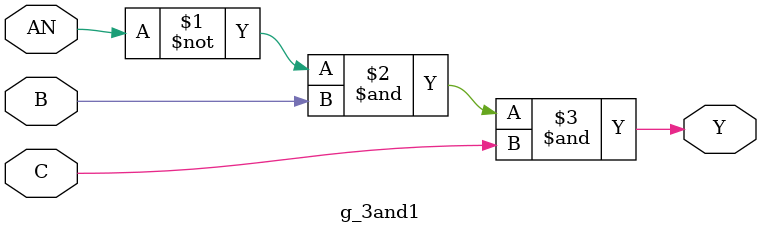
<source format=v>
module g_3and1 (Y, AN, B, C);

   input AN, B, C;
   output Y;

   and (Y, ~AN, B, C);

endmodule // g_3and1

</source>
